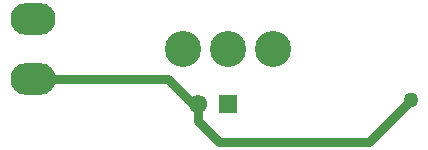
<source format=gbl>
G04*
G04 #@! TF.GenerationSoftware,Altium Limited,Altium Designer,18.1.9 (240)*
G04*
G04 Layer_Physical_Order=2*
G04 Layer_Color=16711680*
%FSLAX24Y24*%
%MOIN*%
G70*
G01*
G75*
%ADD25C,0.0300*%
%ADD26O,0.1500X0.1063*%
%ADD27C,0.1200*%
%ADD28R,0.0610X0.0610*%
%ADD29C,0.0610*%
%ADD30C,0.0500*%
D25*
X7500Y2394D02*
X8394Y1500D01*
X8500D01*
Y1000D02*
Y1500D01*
X14200Y300D02*
X15600Y1700D01*
X9200Y300D02*
X14200D01*
X8500Y1000D02*
X9200Y300D01*
X3000Y2394D02*
X7500D01*
D26*
X3000Y4394D02*
D03*
Y2394D02*
D03*
D27*
X11000Y3394D02*
D03*
X8000D02*
D03*
X9500D02*
D03*
D28*
Y1575D02*
D03*
D29*
X8500D02*
D03*
D30*
X15600Y1700D02*
D03*
M02*

</source>
